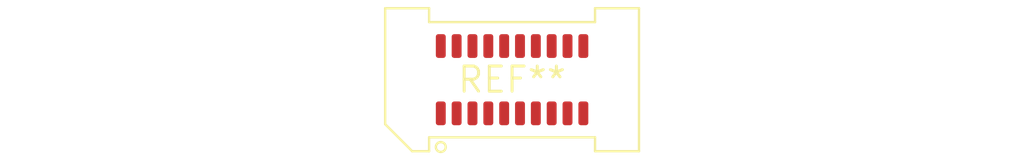
<source format=kicad_pcb>
(kicad_pcb (version 20240108) (generator pcbnew)
  (layers (0 "F.Cu" signal) (31 "B.Cu" signal) (34 "B.Paste" user) (35 "F.Paste" user) (36 "B.SilkS" user "B.Silkscreen") (37 "F.SilkS" user "F.Silkscreen") (38 "B.Mask" user) (39 "F.Mask" user) (44 "Edge.Cuts" user))
  (net 0 "")
  (footprint "Samtec_HSEC8-110-01-X-DV_2x10_P0.8mm_Socket" (layer "F.Cu") (at 0 0)
    (property "Reference" "REF**")
    (property "Value" "Samtec_HSEC8-110-01-X-DV_2x10_P0.8mm_Socket")
    (fp_line (start -6.41 -3.61) (end -4.19 -3.61) (layer "F.SilkS") (stroke (width 0.12)))
    (fp_line (start -6.41 2.245563) (end -6.41 -3.61) (layer "F.SilkS") (stroke (width 0.12)))
    (fp_line (start -5.045563 3.61) (end -6.41 2.245563) (layer "F.SilkS") (stroke (width 0.12)))
    (fp_line (start -4.19 -3.61) (end -4.19 -2.91) (layer "F.SilkS") (stroke (width 0.12)))
    (fp_line (start -4.19 -2.91) (end 4.19 -2.91) (layer "F.SilkS") (stroke (width 0.12)))
    (fp_line (start -4.19 2.91) (end -4.19 3.61) (layer "F.SilkS") (stroke (width 0.12)))
    (fp_line (start -4.19 3.61) (end -5.045563 3.61) (layer "F.SilkS") (stroke (width 0.12)))
    (fp_line (start 4.19 -3.61) (end 6.41 -3.61) (layer "F.SilkS") (stroke (width 0.12)))
    (fp_line (start 4.19 -2.91) (end 4.19 -3.61) (layer "F.SilkS") (stroke (width 0.12)))
    (fp_line (start 4.19 2.91) (end -4.19 2.91) (layer "F.SilkS") (stroke (width 0.12)))
    (fp_line (start 4.19 3.61) (end 4.19 2.91) (layer "F.SilkS") (stroke (width 0.12)))
    (fp_line (start 6.41 -3.61) (end 6.41 3.61) (layer "F.SilkS") (stroke (width 0.12)))
    (fp_line (start 6.41 3.61) (end 4.19 3.61) (layer "F.SilkS") (stroke (width 0.12)))
    (fp_arc (start -3.35 3.4) (mid -3.85 3.4) (end -3.35 3.4) (layer "F.SilkS") (stroke (width 0.12)))
    (pad "1" smd roundrect (at -3.6 1.7) (size 0.5 1.2) (layers "F.Cu" "F.Paste" "F.Mask"))
    (pad "2" smd roundrect (at -3.6 -1.7) (size 0.5 1.2) (layers "F.Cu" "F.Paste" "F.Mask"))
    (pad "3" smd roundrect (at -2.8 1.7) (size 0.5 1.2) (layers "F.Cu" "F.Paste" "F.Mask"))
    (pad "4" smd roundrect (at -2.8 -1.7) (size 0.5 1.2) (layers "F.Cu" "F.Paste" "F.Mask"))
    (pad "5" smd roundrect (at -2 1.7) (size 0.5 1.2) (layers "F.Cu" "F.Paste" "F.Mask"))
    (pad "6" smd roundrect (at -2 -1.7) (size 0.5 1.2) (layers "F.Cu" "F.Paste" "F.Mask"))
    (pad "7" smd roundrect (at -1.2 1.7) (size 0.5 1.2) (layers "F.Cu" "F.Paste" "F.Mask"))
    (pad "8" smd roundrect (at -1.2 -1.7) (size 0.5 1.2) (layers "F.Cu" "F.Paste" "F.Mask"))
    (pad "9" smd roundrect (at -0.4 1.7) (size 0.5 1.2) (layers "F.Cu" "F.Paste" "F.Mask"))
    (pad "10" smd roundrect (at -0.4 -1.7) (size 0.5 1.2) (layers "F.Cu" "F.Paste" "F.Mask"))
    (pad "11" smd roundrect (at 0.4 1.7) (size 0.5 1.2) (layers "F.Cu" "F.Paste" "F.Mask"))
    (pad "12" smd roundrect (at 0.4 -1.7) (size 0.5 1.2) (layers "F.Cu" "F.Paste" "F.Mask"))
    (pad "13" smd roundrect (at 1.2 1.7) (size 0.5 1.2) (layers "F.Cu" "F.Paste" "F.Mask"))
    (pad "14" smd roundrect (at 1.2 -1.7) (size 0.5 1.2) (layers "F.Cu" "F.Paste" "F.Mask"))
    (pad "15" smd roundrect (at 2 1.7) (size 0.5 1.2) (layers "F.Cu" "F.Paste" "F.Mask"))
    (pad "16" smd roundrect (at 2 -1.7) (size 0.5 1.2) (layers "F.Cu" "F.Paste" "F.Mask"))
    (pad "17" smd roundrect (at 2.8 1.7) (size 0.5 1.2) (layers "F.Cu" "F.Paste" "F.Mask"))
    (pad "18" smd roundrect (at 2.8 -1.7) (size 0.5 1.2) (layers "F.Cu" "F.Paste" "F.Mask"))
    (pad "19" smd roundrect (at 3.6 1.7) (size 0.5 1.2) (layers "F.Cu" "F.Paste" "F.Mask"))
    (pad "20" smd roundrect (at 3.6 -1.7) (size 0.5 1.2) (layers "F.Cu" "F.Paste" "F.Mask"))
  )
)
</source>
